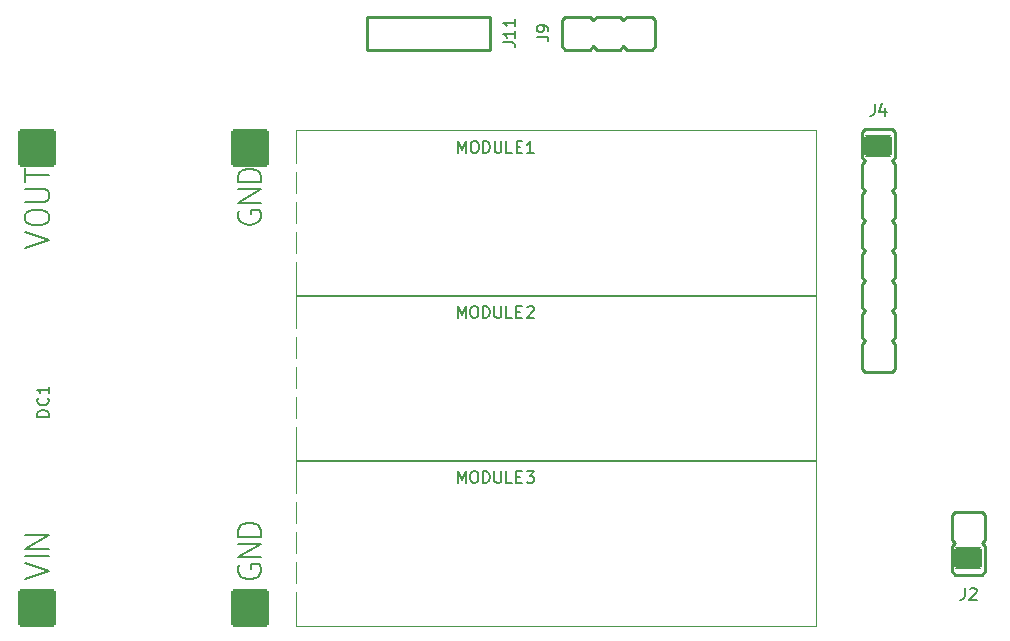
<source format=gbr>
G04 --- HEADER BEGIN --- *
G04 #@! TF.GenerationSoftware,LibrePCB,LibrePCB,1.1.0*
G04 #@! TF.CreationDate,2024-10-30T11:24:38*
G04 #@! TF.ProjectId,encoder diff driver board,5e1d4796-0e95-4f90-a33b-98ba50815d50,v1*
G04 #@! TF.Part,Single*
G04 #@! TF.SameCoordinates*
G04 #@! TF.FileFunction,Legend,Top*
G04 #@! TF.FilePolarity,Positive*
%FSLAX66Y66*%
%MOMM*%
G01*
G75*
G04 --- HEADER END --- *
G04 --- APERTURE LIST BEGIN --- *
%ADD10C,0.0*%
%ADD11C,0.25*%
%ADD12C,0.2*%
%ADD13O,2.7X1.5*%
%ADD14O,2.39X1.787*%
%AMROUNDEDRECT15*20,1,1.787,-1.095,0.0,1.095,0.0,0.0*20,1,1.587,-1.195,0.0,1.195,0.0,0.0*1,1,0.2,-1.095,0.7935*1,1,0.2,1.095,0.7935*1,1,0.2,1.095,-0.7935*1,1,0.2,-1.095,-0.7935*%
%ADD15ROUNDEDRECT15*%
%ADD16O,1.787X2.39*%
%AMROUNDEDRECT17*20,1,1.787,-1.095,0.0,1.095,0.0,90.0*20,1,1.587,-1.195,0.0,1.195,0.0,90.0*1,1,0.2,-0.7935,-1.095*1,1,0.2,-0.7935,1.095*1,1,0.2,0.7935,1.095*1,1,0.2,0.7935,-1.095*%
%ADD17ROUNDEDRECT17*%
%AMROUNDEDRECT18*20,1,3.2,-1.5,0.0,1.5,0.0,0.0*20,1,3.0,-1.6,0.0,1.6,0.0,0.0*1,1,0.2,-1.5,1.5*1,1,0.2,1.5,1.5*1,1,0.2,1.5,-1.5*1,1,0.2,-1.5,-1.5*%
%ADD18ROUNDEDRECT18*%
%ADD19C,4.4*%
G04 --- APERTURE LIST END --- *
G04 --- BOARD BEGIN --- *
D10*
G04 #@! TO.C,MODULE2*
X27715000Y4460000D02*
X-16285000Y4460000D01*
X-16285000Y-9540000D01*
X27715000Y-9540000D01*
X27715000Y4460000D01*
D11*
G04 #@! TO.C,J4*
X34415000Y18270000D02*
X34415000Y16145000D01*
X34145000Y15875000D01*
X34415000Y15605000D01*
X34415000Y13605000D01*
X34145000Y13335000D01*
X34415000Y13065000D01*
X34415000Y11065000D01*
X34145000Y10795000D01*
X34415000Y10525000D01*
X34415000Y8525000D01*
X34145000Y8255000D01*
X34415000Y7985000D01*
X34415000Y5985000D01*
X34145000Y5715000D01*
X34415000Y5445000D01*
X34415000Y3445000D01*
X34145000Y3175000D01*
X34415000Y2905000D01*
X34415000Y905000D01*
X34145000Y635000D01*
X34415000Y365000D01*
X34415000Y-1760000D01*
X34145000Y-2030000D01*
X31895000Y-2030000D01*
X31625000Y-1760000D01*
X31625000Y365000D01*
X31895000Y635000D01*
X31625000Y905000D01*
X31625000Y2905000D01*
X31895000Y3175000D01*
X31625000Y3445000D01*
X31625000Y5445000D01*
X31895000Y5715000D01*
X31625000Y5985000D01*
X31625000Y7985000D01*
X31895000Y8255000D01*
X31625000Y8525000D01*
X31625000Y10525000D01*
X31895000Y10795000D01*
X31625000Y11065000D01*
X31625000Y13065000D01*
X31895000Y13335000D01*
X31625000Y13605000D01*
X31625000Y15605000D01*
X31895000Y15875000D01*
X31625000Y16145000D01*
X31625000Y18270000D01*
X31895000Y18540000D01*
X34145000Y18540000D01*
X34415000Y18270000D01*
G04 #@! TO.C,J11*
X125000Y28065000D02*
X125000Y25275000D01*
X-10285000Y25275000D01*
X-10285000Y28065000D01*
X125000Y28065000D01*
D10*
G04 #@! TO.C,MODULE3*
X27715000Y-9510000D02*
X-16285000Y-9510000D01*
X-16285000Y-23510000D01*
X27715000Y-23510000D01*
X27715000Y-9510000D01*
D12*
G04 #@! TO.C,DC1*
X-39210000Y8460000D02*
X-37210000Y9126667D01*
X-39210000Y9793333D01*
X-39210000Y10868889D02*
X-39210000Y11251111D01*
X-39114444Y11440000D01*
X-38923333Y11631111D01*
X-38543333Y11726666D01*
X-37876667Y11726666D01*
X-37496667Y11631111D01*
X-37305556Y11440000D01*
X-37210000Y11251111D01*
X-37210000Y10868889D01*
X-37305556Y10680000D01*
X-37496667Y10488889D01*
X-37876667Y10393333D01*
X-38543333Y10393333D01*
X-38923333Y10488889D01*
X-39114444Y10680000D01*
X-39210000Y10868889D01*
X-39210000Y12326666D02*
X-37590000Y12326666D01*
X-37401111Y12422222D01*
X-37305556Y12517777D01*
X-37210000Y12706666D01*
X-37210000Y13088888D01*
X-37305556Y13279999D01*
X-37401111Y13373333D01*
X-37590000Y13468888D01*
X-39210000Y13468888D01*
X-39210000Y14068888D02*
X-39210000Y15211110D01*
X-37210000Y14639999D02*
X-39210000Y14639999D01*
X-39210000Y-19540000D02*
X-37210000Y-18873333D01*
X-39210000Y-18206667D01*
X-37210000Y-17606667D02*
X-39210000Y-17606667D01*
X-37210000Y-17006667D02*
X-39210000Y-17006667D01*
X-37210000Y-15864445D01*
X-39210000Y-15864445D01*
X-21114444Y-18397778D02*
X-21210000Y-18586667D01*
X-21210000Y-18873333D01*
X-21114444Y-19160000D01*
X-20923333Y-19348889D01*
X-20734444Y-19444444D01*
X-20352222Y-19540000D01*
X-20067778Y-19540000D01*
X-19685556Y-19444444D01*
X-19496667Y-19348889D01*
X-19305556Y-19160000D01*
X-19210000Y-18873333D01*
X-19210000Y-18682222D01*
X-19305556Y-18397778D01*
X-19401111Y-18302222D01*
X-20067778Y-18302222D01*
X-20067778Y-18682222D01*
X-19210000Y-17702222D02*
X-21210000Y-17702222D01*
X-19210000Y-16560000D01*
X-21210000Y-16560000D01*
X-19210000Y-15960000D02*
X-21210000Y-15960000D01*
X-21210000Y-15484444D01*
X-21114444Y-15197778D01*
X-20923333Y-15006667D01*
X-20734444Y-14913333D01*
X-20352222Y-14817778D01*
X-20067778Y-14817778D01*
X-19685556Y-14913333D01*
X-19496667Y-15006667D01*
X-19305556Y-15197778D01*
X-19210000Y-15484444D01*
X-19210000Y-15960000D01*
X-21114444Y11602222D02*
X-21210000Y11413333D01*
X-21210000Y11126667D01*
X-21114444Y10840000D01*
X-20923333Y10651111D01*
X-20734444Y10555556D01*
X-20352222Y10460000D01*
X-20067778Y10460000D01*
X-19685556Y10555556D01*
X-19496667Y10651111D01*
X-19305556Y10840000D01*
X-19210000Y11126667D01*
X-19210000Y11317778D01*
X-19305556Y11602222D01*
X-19401111Y11697778D01*
X-20067778Y11697778D01*
X-20067778Y11317778D01*
X-19210000Y12297778D02*
X-21210000Y12297778D01*
X-19210000Y13440000D01*
X-21210000Y13440000D01*
X-19210000Y14040000D02*
X-21210000Y14040000D01*
X-21210000Y14515556D01*
X-21114444Y14802222D01*
X-20923333Y14993333D01*
X-20734444Y15086667D01*
X-20352222Y15182222D01*
X-20067778Y15182222D01*
X-19685556Y15086667D01*
X-19496667Y14993333D01*
X-19305556Y14802222D01*
X-19210000Y14515556D01*
X-19210000Y14040000D01*
D11*
G04 #@! TO.C,J9*
X6495000Y28065000D02*
X8620000Y28065000D01*
X8890000Y27795000D01*
X9160000Y28065000D01*
X11160000Y28065000D01*
X11430000Y27795000D01*
X11700000Y28065000D01*
X13825000Y28065000D01*
X14095000Y27795000D01*
X14095000Y25545000D01*
X13825000Y25275000D01*
X11700000Y25275000D01*
X11430000Y25545000D01*
X11160000Y25275000D01*
X9160000Y25275000D01*
X8890000Y25545000D01*
X8620000Y25275000D01*
X6495000Y25275000D01*
X6225000Y25545000D01*
X6225000Y27795000D01*
X6495000Y28065000D01*
D10*
G04 #@! TO.C,MODULE1*
X27715000Y18430000D02*
X-16285000Y18430000D01*
X-16285000Y4430000D01*
X27715000Y4430000D01*
X27715000Y18430000D01*
D11*
G04 #@! TO.C,J2*
X39245000Y-18905000D02*
X39245000Y-16780000D01*
X39515000Y-16510000D01*
X39245000Y-16240000D01*
X39245000Y-14115000D01*
X39515000Y-13845000D01*
X41765000Y-13845000D01*
X42035000Y-14115000D01*
X42035000Y-16240000D01*
X41765000Y-16510000D01*
X42035000Y-16780000D01*
X42035000Y-18905000D01*
X41765000Y-19175000D01*
X39515000Y-19175000D01*
X39245000Y-18905000D01*
D12*
G04 #@! TO.C,MODULE2*
X-2588889Y2540000D02*
X-2588889Y3540000D01*
X-2255556Y2825556D01*
X-1922222Y3540000D01*
X-1922222Y2540000D01*
X-1284444Y3540000D02*
X-1093333Y3540000D01*
X-998889Y3492222D01*
X-903333Y3396667D01*
X-855555Y3206667D01*
X-855555Y2873333D01*
X-903333Y2683333D01*
X-998889Y2587778D01*
X-1093333Y2540000D01*
X-1284444Y2540000D01*
X-1378889Y2587778D01*
X-1474444Y2683333D01*
X-1522222Y2873333D01*
X-1522222Y3206667D01*
X-1474444Y3396667D01*
X-1378889Y3492222D01*
X-1284444Y3540000D01*
X-455555Y2540000D02*
X-455555Y3540000D01*
X-217777Y3540000D01*
X-74444Y3492222D01*
X21112Y3396667D01*
X67778Y3302222D01*
X115556Y3111111D01*
X115556Y2968889D01*
X67778Y2777778D01*
X21112Y2683333D01*
X-74444Y2587778D01*
X-217777Y2540000D01*
X-455555Y2540000D01*
X515556Y3540000D02*
X515556Y2730000D01*
X563334Y2635556D01*
X611112Y2587778D01*
X705556Y2540000D01*
X896667Y2540000D01*
X992223Y2587778D01*
X1038889Y2635556D01*
X1086667Y2730000D01*
X1086667Y3540000D01*
X1963334Y2540000D02*
X1486667Y2540000D01*
X1486667Y3540000D01*
X2363334Y3063333D02*
X2696667Y3063333D01*
X2840001Y2540000D02*
X2363334Y2540000D01*
X2363334Y3540000D01*
X2840001Y3540000D01*
X3287779Y3444444D02*
X3335557Y3492222D01*
X3430001Y3540000D01*
X3668890Y3540000D01*
X3763334Y3492222D01*
X3811112Y3444444D01*
X3858890Y3350000D01*
X3858890Y3254444D01*
X3811112Y3111111D01*
X3240001Y2540000D01*
X3858890Y2540000D01*
G04 #@! TO.C,J4*
X32701111Y20685000D02*
X32701111Y19970556D01*
X32653333Y19828333D01*
X32557778Y19732778D01*
X32415556Y19685000D01*
X32320000Y19685000D01*
X33577778Y20351667D02*
X33577778Y19685000D01*
X33338889Y20732778D02*
X33101111Y20018333D01*
X33720000Y20018333D01*
G04 #@! TO.C,J11*
X1270000Y25889445D02*
X1984444Y25889445D01*
X2126667Y25841667D01*
X2222222Y25746112D01*
X2270000Y25603890D01*
X2270000Y25508334D01*
X2270000Y26860556D02*
X2270000Y26289445D01*
X2270000Y26575001D02*
X1270000Y26575001D01*
X1413333Y26479445D01*
X1507778Y26385001D01*
X1555556Y26289445D01*
X2270000Y27831667D02*
X2270000Y27260556D01*
X2270000Y27546112D02*
X1270000Y27546112D01*
X1413333Y27450556D01*
X1507778Y27356112D01*
X1555556Y27260556D01*
G04 #@! TO.C,MODULE3*
X-2588889Y-11430000D02*
X-2588889Y-10430000D01*
X-2255556Y-11144444D01*
X-1922222Y-10430000D01*
X-1922222Y-11430000D01*
X-1284444Y-10430000D02*
X-1093333Y-10430000D01*
X-998889Y-10477778D01*
X-903333Y-10573333D01*
X-855555Y-10763333D01*
X-855555Y-11096667D01*
X-903333Y-11286667D01*
X-998889Y-11382222D01*
X-1093333Y-11430000D01*
X-1284444Y-11430000D01*
X-1378889Y-11382222D01*
X-1474444Y-11286667D01*
X-1522222Y-11096667D01*
X-1522222Y-10763333D01*
X-1474444Y-10573333D01*
X-1378889Y-10477778D01*
X-1284444Y-10430000D01*
X-455555Y-11430000D02*
X-455555Y-10430000D01*
X-217777Y-10430000D01*
X-74444Y-10477778D01*
X21112Y-10573333D01*
X67778Y-10667778D01*
X115556Y-10858889D01*
X115556Y-11001111D01*
X67778Y-11192222D01*
X21112Y-11286667D01*
X-74444Y-11382222D01*
X-217777Y-11430000D01*
X-455555Y-11430000D01*
X515556Y-10430000D02*
X515556Y-11240000D01*
X563334Y-11334444D01*
X611112Y-11382222D01*
X705556Y-11430000D01*
X896667Y-11430000D01*
X992223Y-11382222D01*
X1038889Y-11334444D01*
X1086667Y-11240000D01*
X1086667Y-10430000D01*
X1963334Y-11430000D02*
X1486667Y-11430000D01*
X1486667Y-10430000D01*
X2363334Y-10906667D02*
X2696667Y-10906667D01*
X2840001Y-11430000D02*
X2363334Y-11430000D01*
X2363334Y-10430000D01*
X2840001Y-10430000D01*
X3240001Y-10430000D02*
X3858890Y-10430000D01*
X3525557Y-10811111D01*
X3668890Y-10811111D01*
X3763334Y-10858889D01*
X3811112Y-10906667D01*
X3858890Y-11001111D01*
X3858890Y-11240000D01*
X3811112Y-11334444D01*
X3763334Y-11382222D01*
X3668890Y-11430000D01*
X3383334Y-11430000D01*
X3287779Y-11382222D01*
X3240001Y-11334444D01*
G04 #@! TO.C,DC1*
X-37210000Y-5820555D02*
X-38210000Y-5820555D01*
X-38210000Y-5582777D01*
X-38162222Y-5439444D01*
X-38066667Y-5343888D01*
X-37972222Y-5297222D01*
X-37781111Y-5249444D01*
X-37638889Y-5249444D01*
X-37447778Y-5297222D01*
X-37353333Y-5343888D01*
X-37257778Y-5439444D01*
X-37210000Y-5582777D01*
X-37210000Y-5820555D01*
X-37305556Y-4230555D02*
X-37257778Y-4278333D01*
X-37210000Y-4420555D01*
X-37210000Y-4516111D01*
X-37257778Y-4659444D01*
X-37353333Y-4753888D01*
X-37447778Y-4801666D01*
X-37638889Y-4849444D01*
X-37781111Y-4849444D01*
X-37972222Y-4801666D01*
X-38066667Y-4753888D01*
X-38162222Y-4659444D01*
X-38210000Y-4516111D01*
X-38210000Y-4420555D01*
X-38162222Y-4278333D01*
X-38114444Y-4230555D01*
X-37210000Y-3259444D02*
X-37210000Y-3830555D01*
X-37210000Y-3544999D02*
X-38210000Y-3544999D01*
X-38066667Y-3640555D01*
X-37972222Y-3734999D01*
X-37924444Y-3830555D01*
G04 #@! TO.C,J9*
X4080000Y26375000D02*
X4794444Y26375000D01*
X4936667Y26327222D01*
X5032222Y26231667D01*
X5080000Y26089445D01*
X5080000Y25993889D01*
X5080000Y26870556D02*
X5080000Y27060556D01*
X5032222Y27156111D01*
X4984444Y27203889D01*
X4842222Y27298333D01*
X4651111Y27346111D01*
X4270000Y27346111D01*
X4175556Y27298333D01*
X4127778Y27251667D01*
X4080000Y27156111D01*
X4080000Y26965000D01*
X4127778Y26870556D01*
X4175556Y26822778D01*
X4270000Y26775000D01*
X4508889Y26775000D01*
X4603333Y26822778D01*
X4651111Y26870556D01*
X4698889Y26965000D01*
X4698889Y27156111D01*
X4651111Y27251667D01*
X4603333Y27298333D01*
X4508889Y27346111D01*
G04 #@! TO.C,MODULE1*
X-2565000Y16510000D02*
X-2565000Y17510000D01*
X-2231667Y16795556D01*
X-1898333Y17510000D01*
X-1898333Y16510000D01*
X-1260555Y17510000D02*
X-1069444Y17510000D01*
X-975000Y17462222D01*
X-879444Y17366667D01*
X-831666Y17176667D01*
X-831666Y16843333D01*
X-879444Y16653333D01*
X-975000Y16557778D01*
X-1069444Y16510000D01*
X-1260555Y16510000D01*
X-1355000Y16557778D01*
X-1450555Y16653333D01*
X-1498333Y16843333D01*
X-1498333Y17176667D01*
X-1450555Y17366667D01*
X-1355000Y17462222D01*
X-1260555Y17510000D01*
X-431666Y16510000D02*
X-431666Y17510000D01*
X-193888Y17510000D01*
X-50555Y17462222D01*
X45001Y17366667D01*
X91667Y17272222D01*
X139445Y17081111D01*
X139445Y16938889D01*
X91667Y16747778D01*
X45001Y16653333D01*
X-50555Y16557778D01*
X-193888Y16510000D01*
X-431666Y16510000D01*
X539445Y17510000D02*
X539445Y16700000D01*
X587223Y16605556D01*
X635001Y16557778D01*
X729445Y16510000D01*
X920556Y16510000D01*
X1016112Y16557778D01*
X1062778Y16605556D01*
X1110556Y16700000D01*
X1110556Y17510000D01*
X1987223Y16510000D02*
X1510556Y16510000D01*
X1510556Y17510000D01*
X2387223Y17033333D02*
X2720556Y17033333D01*
X2863890Y16510000D02*
X2387223Y16510000D01*
X2387223Y17510000D01*
X2863890Y17510000D01*
X3835001Y16510000D02*
X3263890Y16510000D01*
X3549446Y16510000D02*
X3549446Y17510000D01*
X3453890Y17366667D01*
X3359446Y17272222D01*
X3263890Y17224444D01*
G04 #@! TO.C,J2*
X40321111Y-20320000D02*
X40321111Y-21034444D01*
X40273333Y-21176667D01*
X40177778Y-21272222D01*
X40035556Y-21320000D01*
X39940000Y-21320000D01*
X40768889Y-20415556D02*
X40816667Y-20367778D01*
X40911111Y-20320000D01*
X41150000Y-20320000D01*
X41244444Y-20367778D01*
X41292222Y-20415556D01*
X41340000Y-20510000D01*
X41340000Y-20605556D01*
X41292222Y-20748889D01*
X40721111Y-21320000D01*
X41340000Y-21320000D01*
%LPC*%
D13*
G04 #@! TO.C,MODULE2*
X-14995000Y-3800000D03*
X-14995000Y-1280000D03*
X-14995000Y1280000D03*
X26425000Y-3820000D03*
X26425000Y-6360000D03*
X26425000Y-1260000D03*
X-14995000Y-6360000D03*
X26425000Y1280000D03*
D14*
G04 #@! TO.C,J4*
X33020000Y-635000D03*
X33020000Y6985000D03*
X33020000Y4445000D03*
D15*
X33020000Y17145000D03*
D14*
X33020000Y14605000D03*
X33020000Y1905000D03*
X33020000Y12065000D03*
X33020000Y9525000D03*
D16*
G04 #@! TO.C,J11*
X-3810000Y26670000D03*
X-6350000Y26670000D03*
X-8890000Y26670000D03*
D17*
X-1270000Y26670000D03*
D13*
G04 #@! TO.C,MODULE3*
X-14995000Y-17770000D03*
X-14995000Y-15250000D03*
X-14995000Y-12690000D03*
X26425000Y-17790000D03*
X26425000Y-20330000D03*
X26425000Y-15230000D03*
X-14995000Y-20330000D03*
X26425000Y-12690000D03*
D18*
G04 #@! TO.C,DC1*
X-38210000Y16960000D03*
X-20210000Y16960000D03*
X-38210000Y-22040000D03*
X-20210000Y-22040000D03*
D16*
G04 #@! TO.C,J9*
X12700000Y26670000D03*
D17*
X7620000Y26670000D03*
D16*
X10160000Y26670000D03*
D13*
G04 #@! TO.C,MODULE1*
X-14995000Y10170000D03*
X-14995000Y12690000D03*
X-14995000Y15250000D03*
X26425000Y10150000D03*
X26425000Y7610000D03*
X26425000Y12710000D03*
X-14995000Y7610000D03*
X26425000Y15250000D03*
D14*
G04 #@! TO.C,J2*
X40640000Y-15240000D03*
D15*
X40640000Y-17780000D03*
D19*
G04 #@! TD*
X41105000Y-30625000D03*
X-28895000Y27375000D03*
X41105000Y27375000D03*
X-28895000Y-30625000D03*
G04 --- BOARD END --- *
G04 #@! TF.MD5,0cc8e8895a788636bffd1e9024f8083f*
M02*

</source>
